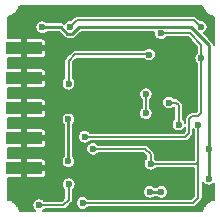
<source format=gbr>
G04 #@! TF.GenerationSoftware,KiCad,Pcbnew,(5.1.2)-2*
G04 #@! TF.CreationDate,2019-07-22T07:28:34+02:00*
G04 #@! TF.ProjectId,DiscreteOperationalAmplifier,44697363-7265-4746-954f-706572617469,rev?*
G04 #@! TF.SameCoordinates,Original*
G04 #@! TF.FileFunction,Copper,L2,Bot*
G04 #@! TF.FilePolarity,Positive*
%FSLAX46Y46*%
G04 Gerber Fmt 4.6, Leading zero omitted, Abs format (unit mm)*
G04 Created by KiCad (PCBNEW (5.1.2)-2) date 2019-07-22 07:28:34*
%MOMM*%
%LPD*%
G04 APERTURE LIST*
%ADD10R,3.150000X1.000000*%
%ADD11C,0.600000*%
%ADD12C,0.254000*%
%ADD13C,0.152400*%
G04 APERTURE END LIST*
D10*
X88625000Y-50545000D03*
X88625000Y-48005000D03*
X88625000Y-45465000D03*
X88625000Y-42925000D03*
X88625000Y-53085000D03*
D11*
X92400000Y-48950000D03*
X92400000Y-52500000D03*
X89920000Y-56210000D03*
X92420000Y-54440000D03*
X90170000Y-41140000D03*
X104290000Y-51470000D03*
X104280000Y-53970000D03*
X103400000Y-49380000D03*
X99350000Y-52710000D03*
X94480000Y-51440000D03*
X93600000Y-56020000D03*
X99230000Y-43460000D03*
X92410000Y-45930000D03*
X98960000Y-46810000D03*
X98950000Y-48430000D03*
X92540000Y-41120000D03*
X103610000Y-41120000D03*
X100220000Y-41660000D03*
X103650000Y-43770000D03*
X93770000Y-50420000D03*
X101720000Y-49390000D03*
X100920000Y-47520000D03*
X99280000Y-55080000D03*
X100270000Y-55080000D03*
X94550000Y-45560000D03*
X93505000Y-44425000D03*
D12*
X92400000Y-52500000D02*
X92400000Y-48950000D01*
D13*
X89920000Y-56210000D02*
X91840000Y-56210000D01*
X91840000Y-56210000D02*
X91980000Y-56210000D01*
X91980000Y-56210000D02*
X92420000Y-55770000D01*
X92420000Y-55770000D02*
X92420000Y-54440000D01*
D12*
X91750000Y-41140000D02*
X90170000Y-41140000D01*
X104290000Y-42670000D02*
X102740000Y-41120000D01*
X104290000Y-51470000D02*
X104290000Y-42670000D01*
X102740000Y-41120000D02*
X93320000Y-41120000D01*
X93320000Y-41120000D02*
X92730000Y-41710000D01*
X92730000Y-41710000D02*
X92320000Y-41710000D01*
X92320000Y-41710000D02*
X91750000Y-41140000D01*
X104290000Y-53960000D02*
X104290000Y-51470000D01*
X104280000Y-53970000D02*
X104290000Y-53960000D01*
D13*
X103400000Y-52220000D02*
X103400000Y-49380000D01*
X94480000Y-51440000D02*
X98880000Y-51440000D01*
X99350000Y-51910000D02*
X99350000Y-52710000D01*
X98880000Y-51440000D02*
X99350000Y-51910000D01*
X93600000Y-56020000D02*
X93610000Y-56030000D01*
X93610000Y-56030000D02*
X102960000Y-56030000D01*
X102960000Y-56030000D02*
X103400000Y-55590000D01*
X103390000Y-52710000D02*
X103400000Y-52700000D01*
X103400000Y-52560000D02*
X103400000Y-52220000D01*
X103400000Y-52700000D02*
X103400000Y-52560000D01*
X103290000Y-52710000D02*
X103390000Y-52710000D01*
X99350000Y-52710000D02*
X103290000Y-52710000D01*
X103290000Y-52720000D02*
X103400000Y-52830000D01*
X103290000Y-52710000D02*
X103290000Y-52720000D01*
X103400000Y-55590000D02*
X103400000Y-52830000D01*
X103400000Y-52830000D02*
X103400000Y-52700000D01*
X103290000Y-52670000D02*
X103400000Y-52560000D01*
X103290000Y-52710000D02*
X103290000Y-52670000D01*
X99230000Y-43460000D02*
X99220000Y-43450000D01*
X99220000Y-43450000D02*
X92930000Y-43450000D01*
X92930000Y-43450000D02*
X92410000Y-43970000D01*
X92410000Y-43970000D02*
X92410000Y-45930000D01*
X98960000Y-48420000D02*
X98960000Y-46810000D01*
X98950000Y-48430000D02*
X98960000Y-48420000D01*
X103060000Y-40570000D02*
X103610000Y-41120000D01*
X92540000Y-41120000D02*
X93090000Y-40570000D01*
X93090000Y-40570000D02*
X103060000Y-40570000D01*
X100230000Y-41650000D02*
X100220000Y-41660000D01*
X102660000Y-41650000D02*
X100230000Y-41650000D01*
X103650000Y-42640000D02*
X102660000Y-41650000D01*
X103650000Y-43580000D02*
X103650000Y-42640000D01*
X103650000Y-48410000D02*
X103650000Y-43770000D01*
X102310000Y-50420000D02*
X102630000Y-50100000D01*
X93770000Y-50420000D02*
X102310000Y-50420000D01*
X102630000Y-50100000D02*
X102630000Y-48930000D01*
X102630000Y-48930000D02*
X102880000Y-48680000D01*
X102880000Y-48680000D02*
X103380000Y-48680000D01*
X103380000Y-48680000D02*
X103650000Y-48410000D01*
X101280000Y-47520000D02*
X100920000Y-47520000D01*
X101510000Y-47520000D02*
X101280000Y-47520000D01*
X101720000Y-49390000D02*
X101720000Y-47730000D01*
X101720000Y-47730000D02*
X101510000Y-47520000D01*
D12*
X100270000Y-55080000D02*
X99280000Y-55080000D01*
D13*
G36*
X103787350Y-39477529D02*
G01*
X103798054Y-39502993D01*
X103808377Y-39528543D01*
X103810372Y-39532296D01*
X103903197Y-39703972D01*
X103918613Y-39726828D01*
X103933732Y-39749932D01*
X103936418Y-39753225D01*
X104060822Y-39903603D01*
X104080420Y-39923065D01*
X104099702Y-39942755D01*
X104102976Y-39945464D01*
X104254218Y-40068814D01*
X104277208Y-40084088D01*
X104299963Y-40099669D01*
X104303701Y-40101690D01*
X104476023Y-40193316D01*
X104501593Y-40203855D01*
X104526889Y-40214697D01*
X104530939Y-40215951D01*
X104530949Y-40215955D01*
X104530959Y-40215957D01*
X104695601Y-40265665D01*
X104695601Y-42641926D01*
X104690519Y-42590332D01*
X104684440Y-42570290D01*
X104667281Y-42513725D01*
X104661686Y-42503258D01*
X104629544Y-42443124D01*
X104608717Y-42417746D01*
X104591482Y-42396745D01*
X104591477Y-42396740D01*
X104578758Y-42381242D01*
X104563260Y-42368523D01*
X103844671Y-41649934D01*
X103884449Y-41633457D01*
X103979346Y-41570049D01*
X104060049Y-41489346D01*
X104123457Y-41394449D01*
X104167134Y-41289005D01*
X104189400Y-41177066D01*
X104189400Y-41062934D01*
X104167134Y-40950995D01*
X104123457Y-40845551D01*
X104060049Y-40750654D01*
X103979346Y-40669951D01*
X103884449Y-40606543D01*
X103779005Y-40562866D01*
X103667066Y-40540600D01*
X103552934Y-40540600D01*
X103536719Y-40543825D01*
X103323798Y-40330905D01*
X103312663Y-40317337D01*
X103258516Y-40272899D01*
X103196740Y-40239879D01*
X103129710Y-40219546D01*
X103077463Y-40214400D01*
X103077455Y-40214400D01*
X103060000Y-40212681D01*
X103042545Y-40214400D01*
X93107452Y-40214400D01*
X93089999Y-40212681D01*
X93072546Y-40214400D01*
X93072537Y-40214400D01*
X93020290Y-40219546D01*
X92953260Y-40239879D01*
X92891484Y-40272899D01*
X92891482Y-40272900D01*
X92891483Y-40272900D01*
X92850900Y-40306205D01*
X92850895Y-40306210D01*
X92837337Y-40317337D01*
X92826210Y-40330895D01*
X92613281Y-40543825D01*
X92597066Y-40540600D01*
X92482934Y-40540600D01*
X92370995Y-40562866D01*
X92265551Y-40606543D01*
X92170654Y-40669951D01*
X92089951Y-40750654D01*
X92028413Y-40842752D01*
X91976876Y-40800456D01*
X91906275Y-40762719D01*
X91829668Y-40739481D01*
X91769960Y-40733600D01*
X91769953Y-40733600D01*
X91750000Y-40731635D01*
X91730047Y-40733600D01*
X90582995Y-40733600D01*
X90539346Y-40689951D01*
X90444449Y-40626543D01*
X90339005Y-40582866D01*
X90227066Y-40560600D01*
X90112934Y-40560600D01*
X90000995Y-40582866D01*
X89895551Y-40626543D01*
X89800654Y-40689951D01*
X89719951Y-40770654D01*
X89656543Y-40865551D01*
X89612866Y-40970995D01*
X89590600Y-41082934D01*
X89590600Y-41197066D01*
X89612866Y-41309005D01*
X89656543Y-41414449D01*
X89719951Y-41509346D01*
X89800654Y-41590049D01*
X89895551Y-41653457D01*
X90000995Y-41697134D01*
X90112934Y-41719400D01*
X90227066Y-41719400D01*
X90339005Y-41697134D01*
X90444449Y-41653457D01*
X90539346Y-41590049D01*
X90582995Y-41546400D01*
X91581664Y-41546400D01*
X92018522Y-41983259D01*
X92031242Y-41998758D01*
X92046740Y-42011477D01*
X92046745Y-42011482D01*
X92053858Y-42017319D01*
X92093124Y-42049544D01*
X92163725Y-42087281D01*
X92240331Y-42110519D01*
X92247604Y-42111235D01*
X92300040Y-42116400D01*
X92300047Y-42116400D01*
X92320000Y-42118365D01*
X92339953Y-42116400D01*
X92710047Y-42116400D01*
X92730000Y-42118365D01*
X92749953Y-42116400D01*
X92749960Y-42116400D01*
X92809668Y-42110519D01*
X92886275Y-42087281D01*
X92956876Y-42049544D01*
X93018758Y-41998758D01*
X93031482Y-41983254D01*
X93488337Y-41526400D01*
X99655824Y-41526400D01*
X99640600Y-41602934D01*
X99640600Y-41717066D01*
X99662866Y-41829005D01*
X99706543Y-41934449D01*
X99769951Y-42029346D01*
X99850654Y-42110049D01*
X99945551Y-42173457D01*
X100050995Y-42217134D01*
X100162934Y-42239400D01*
X100277066Y-42239400D01*
X100389005Y-42217134D01*
X100494449Y-42173457D01*
X100589346Y-42110049D01*
X100670049Y-42029346D01*
X100685916Y-42005600D01*
X102512707Y-42005600D01*
X103294401Y-42787296D01*
X103294400Y-43310766D01*
X103280654Y-43319951D01*
X103199951Y-43400654D01*
X103136543Y-43495551D01*
X103092866Y-43600995D01*
X103070600Y-43712934D01*
X103070600Y-43827066D01*
X103092866Y-43939005D01*
X103136543Y-44044449D01*
X103199951Y-44139346D01*
X103280654Y-44220049D01*
X103294401Y-44229234D01*
X103294400Y-48262706D01*
X103232707Y-48324400D01*
X102897452Y-48324400D01*
X102879999Y-48322681D01*
X102862546Y-48324400D01*
X102862537Y-48324400D01*
X102810290Y-48329546D01*
X102743260Y-48349879D01*
X102681484Y-48382899D01*
X102681482Y-48382900D01*
X102681483Y-48382900D01*
X102640900Y-48416205D01*
X102640895Y-48416210D01*
X102627337Y-48427337D01*
X102616210Y-48440896D01*
X102390900Y-48666207D01*
X102377338Y-48677337D01*
X102332900Y-48731484D01*
X102321587Y-48752650D01*
X102299880Y-48793259D01*
X102279546Y-48860290D01*
X102272681Y-48930000D01*
X102274401Y-48947465D01*
X102274401Y-49214396D01*
X102233457Y-49115551D01*
X102170049Y-49020654D01*
X102089346Y-48939951D01*
X102075600Y-48930766D01*
X102075600Y-47747455D01*
X102077319Y-47730000D01*
X102075600Y-47712544D01*
X102075600Y-47712537D01*
X102070454Y-47660290D01*
X102069378Y-47656741D01*
X102064286Y-47639956D01*
X102050121Y-47593260D01*
X102017101Y-47531484D01*
X101972663Y-47477337D01*
X101959094Y-47466201D01*
X101773799Y-47280906D01*
X101762663Y-47267337D01*
X101708516Y-47222899D01*
X101646740Y-47189879D01*
X101579710Y-47169546D01*
X101527463Y-47164400D01*
X101527455Y-47164400D01*
X101510000Y-47162681D01*
X101492545Y-47164400D01*
X101379234Y-47164400D01*
X101370049Y-47150654D01*
X101289346Y-47069951D01*
X101194449Y-47006543D01*
X101089005Y-46962866D01*
X100977066Y-46940600D01*
X100862934Y-46940600D01*
X100750995Y-46962866D01*
X100645551Y-47006543D01*
X100550654Y-47069951D01*
X100469951Y-47150654D01*
X100406543Y-47245551D01*
X100362866Y-47350995D01*
X100340600Y-47462934D01*
X100340600Y-47577066D01*
X100362866Y-47689005D01*
X100406543Y-47794449D01*
X100469951Y-47889346D01*
X100550654Y-47970049D01*
X100645551Y-48033457D01*
X100750995Y-48077134D01*
X100862934Y-48099400D01*
X100977066Y-48099400D01*
X101089005Y-48077134D01*
X101194449Y-48033457D01*
X101289346Y-47970049D01*
X101364401Y-47894994D01*
X101364400Y-48930766D01*
X101350654Y-48939951D01*
X101269951Y-49020654D01*
X101206543Y-49115551D01*
X101162866Y-49220995D01*
X101140600Y-49332934D01*
X101140600Y-49447066D01*
X101162866Y-49559005D01*
X101206543Y-49664449D01*
X101269951Y-49759346D01*
X101350654Y-49840049D01*
X101445551Y-49903457D01*
X101550995Y-49947134D01*
X101662934Y-49969400D01*
X101777066Y-49969400D01*
X101889005Y-49947134D01*
X101994449Y-49903457D01*
X102089346Y-49840049D01*
X102170049Y-49759346D01*
X102233457Y-49664449D01*
X102274400Y-49565604D01*
X102274400Y-49952706D01*
X102162706Y-50064400D01*
X94229234Y-50064400D01*
X94220049Y-50050654D01*
X94139346Y-49969951D01*
X94044449Y-49906543D01*
X93939005Y-49862866D01*
X93827066Y-49840600D01*
X93712934Y-49840600D01*
X93600995Y-49862866D01*
X93495551Y-49906543D01*
X93400654Y-49969951D01*
X93319951Y-50050654D01*
X93256543Y-50145551D01*
X93212866Y-50250995D01*
X93190600Y-50362934D01*
X93190600Y-50477066D01*
X93212866Y-50589005D01*
X93256543Y-50694449D01*
X93319951Y-50789346D01*
X93400654Y-50870049D01*
X93495551Y-50933457D01*
X93600995Y-50977134D01*
X93712934Y-50999400D01*
X93827066Y-50999400D01*
X93939005Y-50977134D01*
X94044449Y-50933457D01*
X94139346Y-50870049D01*
X94220049Y-50789346D01*
X94229234Y-50775600D01*
X102292545Y-50775600D01*
X102310000Y-50777319D01*
X102327455Y-50775600D01*
X102327463Y-50775600D01*
X102379710Y-50770454D01*
X102446740Y-50750121D01*
X102508516Y-50717101D01*
X102562663Y-50672663D01*
X102573798Y-50659095D01*
X102869109Y-50363786D01*
X102882662Y-50352663D01*
X102893785Y-50339110D01*
X102893795Y-50339100D01*
X102927100Y-50298517D01*
X102927102Y-50298515D01*
X102960121Y-50236740D01*
X102980454Y-50169710D01*
X102985600Y-50117463D01*
X102985600Y-50117454D01*
X102987319Y-50100001D01*
X102985600Y-50082548D01*
X102985600Y-49784995D01*
X103030654Y-49830049D01*
X103044401Y-49839234D01*
X103044400Y-52202537D01*
X103044400Y-52354400D01*
X99809234Y-52354400D01*
X99800049Y-52340654D01*
X99719346Y-52259951D01*
X99705600Y-52250766D01*
X99705600Y-51927452D01*
X99707319Y-51909999D01*
X99705600Y-51892546D01*
X99705600Y-51892537D01*
X99700454Y-51840290D01*
X99680121Y-51773260D01*
X99647101Y-51711484D01*
X99643933Y-51707624D01*
X99613795Y-51670900D01*
X99613785Y-51670890D01*
X99602662Y-51657337D01*
X99589109Y-51646214D01*
X99143798Y-51200905D01*
X99132663Y-51187337D01*
X99078516Y-51142899D01*
X99016740Y-51109879D01*
X98949710Y-51089546D01*
X98897463Y-51084400D01*
X98897455Y-51084400D01*
X98880000Y-51082681D01*
X98862545Y-51084400D01*
X94939234Y-51084400D01*
X94930049Y-51070654D01*
X94849346Y-50989951D01*
X94754449Y-50926543D01*
X94649005Y-50882866D01*
X94537066Y-50860600D01*
X94422934Y-50860600D01*
X94310995Y-50882866D01*
X94205551Y-50926543D01*
X94110654Y-50989951D01*
X94029951Y-51070654D01*
X93966543Y-51165551D01*
X93922866Y-51270995D01*
X93900600Y-51382934D01*
X93900600Y-51497066D01*
X93922866Y-51609005D01*
X93966543Y-51714449D01*
X94029951Y-51809346D01*
X94110654Y-51890049D01*
X94205551Y-51953457D01*
X94310995Y-51997134D01*
X94422934Y-52019400D01*
X94537066Y-52019400D01*
X94649005Y-51997134D01*
X94754449Y-51953457D01*
X94849346Y-51890049D01*
X94930049Y-51809346D01*
X94939234Y-51795600D01*
X98732707Y-51795600D01*
X98994400Y-52057295D01*
X98994400Y-52250766D01*
X98980654Y-52259951D01*
X98899951Y-52340654D01*
X98836543Y-52435551D01*
X98792866Y-52540995D01*
X98770600Y-52652934D01*
X98770600Y-52767066D01*
X98792866Y-52879005D01*
X98836543Y-52984449D01*
X98899951Y-53079346D01*
X98980654Y-53160049D01*
X99075551Y-53223457D01*
X99180995Y-53267134D01*
X99292934Y-53289400D01*
X99407066Y-53289400D01*
X99519005Y-53267134D01*
X99624449Y-53223457D01*
X99719346Y-53160049D01*
X99800049Y-53079346D01*
X99809234Y-53065600D01*
X103044401Y-53065600D01*
X103044400Y-55442706D01*
X102812707Y-55674400D01*
X94065916Y-55674400D01*
X94050049Y-55650654D01*
X93969346Y-55569951D01*
X93874449Y-55506543D01*
X93769005Y-55462866D01*
X93657066Y-55440600D01*
X93542934Y-55440600D01*
X93430995Y-55462866D01*
X93325551Y-55506543D01*
X93230654Y-55569951D01*
X93149951Y-55650654D01*
X93086543Y-55745551D01*
X93042866Y-55850995D01*
X93020600Y-55962934D01*
X93020600Y-56077066D01*
X93042866Y-56189005D01*
X93086543Y-56294449D01*
X93149951Y-56389346D01*
X93230654Y-56470049D01*
X93325551Y-56533457D01*
X93430995Y-56577134D01*
X93542934Y-56599400D01*
X93657066Y-56599400D01*
X93769005Y-56577134D01*
X93874449Y-56533457D01*
X93969346Y-56470049D01*
X94050049Y-56389346D01*
X94052552Y-56385600D01*
X102942545Y-56385600D01*
X102960000Y-56387319D01*
X102977455Y-56385600D01*
X102977463Y-56385600D01*
X103029710Y-56380454D01*
X103096740Y-56360121D01*
X103158516Y-56327101D01*
X103212663Y-56282663D01*
X103223799Y-56269094D01*
X103639104Y-55853790D01*
X103652662Y-55842663D01*
X103663790Y-55829104D01*
X103663795Y-55829099D01*
X103681411Y-55807634D01*
X103697101Y-55788516D01*
X103730121Y-55726740D01*
X103750454Y-55659710D01*
X103755600Y-55607463D01*
X103755600Y-55607456D01*
X103757319Y-55590000D01*
X103755600Y-55572545D01*
X103755600Y-54218031D01*
X103766543Y-54244449D01*
X103829951Y-54339346D01*
X103910654Y-54420049D01*
X104005551Y-54483457D01*
X104110995Y-54527134D01*
X104222934Y-54549400D01*
X104337066Y-54549400D01*
X104449005Y-54527134D01*
X104554449Y-54483457D01*
X104649346Y-54420049D01*
X104695600Y-54373795D01*
X104695600Y-55733758D01*
X104522471Y-55787350D01*
X104497018Y-55798049D01*
X104471457Y-55808377D01*
X104467704Y-55810372D01*
X104296027Y-55903197D01*
X104273139Y-55918635D01*
X104250068Y-55933732D01*
X104246774Y-55936418D01*
X104096397Y-56060822D01*
X104076935Y-56080420D01*
X104057245Y-56099702D01*
X104054536Y-56102976D01*
X103931186Y-56254218D01*
X103915906Y-56277216D01*
X103900332Y-56299962D01*
X103898310Y-56303701D01*
X103806685Y-56476023D01*
X103796176Y-56501520D01*
X103785303Y-56526889D01*
X103784046Y-56530949D01*
X103734335Y-56695600D01*
X90236140Y-56695600D01*
X90289346Y-56660049D01*
X90370049Y-56579346D01*
X90379234Y-56565600D01*
X91962545Y-56565600D01*
X91980000Y-56567319D01*
X91997455Y-56565600D01*
X91997463Y-56565600D01*
X92049710Y-56560454D01*
X92116740Y-56540121D01*
X92178516Y-56507101D01*
X92232663Y-56462663D01*
X92243799Y-56449094D01*
X92659104Y-56033790D01*
X92672662Y-56022663D01*
X92683790Y-56009104D01*
X92683795Y-56009099D01*
X92703210Y-55985441D01*
X92717101Y-55968516D01*
X92750121Y-55906740D01*
X92765174Y-55857116D01*
X92770454Y-55839711D01*
X92771604Y-55828036D01*
X92775600Y-55787463D01*
X92775600Y-55787456D01*
X92777319Y-55770000D01*
X92775600Y-55752545D01*
X92775600Y-55022934D01*
X98700600Y-55022934D01*
X98700600Y-55137066D01*
X98722866Y-55249005D01*
X98766543Y-55354449D01*
X98829951Y-55449346D01*
X98910654Y-55530049D01*
X99005551Y-55593457D01*
X99110995Y-55637134D01*
X99222934Y-55659400D01*
X99337066Y-55659400D01*
X99449005Y-55637134D01*
X99554449Y-55593457D01*
X99649346Y-55530049D01*
X99692995Y-55486400D01*
X99857005Y-55486400D01*
X99900654Y-55530049D01*
X99995551Y-55593457D01*
X100100995Y-55637134D01*
X100212934Y-55659400D01*
X100327066Y-55659400D01*
X100439005Y-55637134D01*
X100544449Y-55593457D01*
X100639346Y-55530049D01*
X100720049Y-55449346D01*
X100783457Y-55354449D01*
X100827134Y-55249005D01*
X100849400Y-55137066D01*
X100849400Y-55022934D01*
X100827134Y-54910995D01*
X100783457Y-54805551D01*
X100720049Y-54710654D01*
X100639346Y-54629951D01*
X100544449Y-54566543D01*
X100439005Y-54522866D01*
X100327066Y-54500600D01*
X100212934Y-54500600D01*
X100100995Y-54522866D01*
X99995551Y-54566543D01*
X99900654Y-54629951D01*
X99857005Y-54673600D01*
X99692995Y-54673600D01*
X99649346Y-54629951D01*
X99554449Y-54566543D01*
X99449005Y-54522866D01*
X99337066Y-54500600D01*
X99222934Y-54500600D01*
X99110995Y-54522866D01*
X99005551Y-54566543D01*
X98910654Y-54629951D01*
X98829951Y-54710654D01*
X98766543Y-54805551D01*
X98722866Y-54910995D01*
X98700600Y-55022934D01*
X92775600Y-55022934D01*
X92775600Y-54899234D01*
X92789346Y-54890049D01*
X92870049Y-54809346D01*
X92933457Y-54714449D01*
X92977134Y-54609005D01*
X92999400Y-54497066D01*
X92999400Y-54382934D01*
X92977134Y-54270995D01*
X92933457Y-54165551D01*
X92870049Y-54070654D01*
X92789346Y-53989951D01*
X92694449Y-53926543D01*
X92589005Y-53882866D01*
X92477066Y-53860600D01*
X92362934Y-53860600D01*
X92250995Y-53882866D01*
X92145551Y-53926543D01*
X92050654Y-53989951D01*
X91969951Y-54070654D01*
X91906543Y-54165551D01*
X91862866Y-54270995D01*
X91840600Y-54382934D01*
X91840600Y-54497066D01*
X91862866Y-54609005D01*
X91906543Y-54714449D01*
X91969951Y-54809346D01*
X92050654Y-54890049D01*
X92064401Y-54899234D01*
X92064400Y-55622706D01*
X91832707Y-55854400D01*
X90379234Y-55854400D01*
X90370049Y-55840654D01*
X90289346Y-55759951D01*
X90194449Y-55696543D01*
X90089005Y-55652866D01*
X89977066Y-55630600D01*
X89862934Y-55630600D01*
X89750995Y-55652866D01*
X89645551Y-55696543D01*
X89550654Y-55759951D01*
X89469951Y-55840654D01*
X89406543Y-55935551D01*
X89362866Y-56040995D01*
X89340600Y-56152934D01*
X89340600Y-56267066D01*
X89362866Y-56379005D01*
X89406543Y-56484449D01*
X89469951Y-56579346D01*
X89550654Y-56660049D01*
X89603860Y-56695600D01*
X88266242Y-56695600D01*
X88212650Y-56522471D01*
X88201951Y-56497018D01*
X88191623Y-56471457D01*
X88189628Y-56467704D01*
X88096803Y-56296027D01*
X88081365Y-56273139D01*
X88066268Y-56250068D01*
X88063582Y-56246774D01*
X87939178Y-56096397D01*
X87919580Y-56076935D01*
X87900298Y-56057245D01*
X87897024Y-56054536D01*
X87745782Y-55931186D01*
X87722784Y-55915906D01*
X87700038Y-55900332D01*
X87696299Y-55898310D01*
X87523977Y-55806685D01*
X87498480Y-55796176D01*
X87473111Y-55785303D01*
X87469051Y-55784046D01*
X87304400Y-55734335D01*
X87304400Y-53916489D01*
X88364650Y-53915200D01*
X88447200Y-53832650D01*
X88447200Y-53262800D01*
X88802800Y-53262800D01*
X88802800Y-53832650D01*
X88885350Y-53915200D01*
X90200000Y-53916798D01*
X90264731Y-53910423D01*
X90326974Y-53891541D01*
X90384337Y-53860880D01*
X90434617Y-53819617D01*
X90475880Y-53769337D01*
X90506541Y-53711974D01*
X90525423Y-53649731D01*
X90531798Y-53585000D01*
X90530200Y-53345350D01*
X90447650Y-53262800D01*
X88802800Y-53262800D01*
X88447200Y-53262800D01*
X88427200Y-53262800D01*
X88427200Y-52907200D01*
X88447200Y-52907200D01*
X88447200Y-52337350D01*
X88802800Y-52337350D01*
X88802800Y-52907200D01*
X90447650Y-52907200D01*
X90530200Y-52824650D01*
X90531798Y-52585000D01*
X90525423Y-52520269D01*
X90506541Y-52458026D01*
X90475880Y-52400663D01*
X90434617Y-52350383D01*
X90384337Y-52309120D01*
X90326974Y-52278459D01*
X90264731Y-52259577D01*
X90200000Y-52253202D01*
X88885350Y-52254800D01*
X88802800Y-52337350D01*
X88447200Y-52337350D01*
X88364650Y-52254800D01*
X87304400Y-52253511D01*
X87304400Y-51376489D01*
X88364650Y-51375200D01*
X88447200Y-51292650D01*
X88447200Y-50722800D01*
X88802800Y-50722800D01*
X88802800Y-51292650D01*
X88885350Y-51375200D01*
X90200000Y-51376798D01*
X90264731Y-51370423D01*
X90326974Y-51351541D01*
X90384337Y-51320880D01*
X90434617Y-51279617D01*
X90475880Y-51229337D01*
X90506541Y-51171974D01*
X90525423Y-51109731D01*
X90531798Y-51045000D01*
X90530200Y-50805350D01*
X90447650Y-50722800D01*
X88802800Y-50722800D01*
X88447200Y-50722800D01*
X88427200Y-50722800D01*
X88427200Y-50367200D01*
X88447200Y-50367200D01*
X88447200Y-49797350D01*
X88802800Y-49797350D01*
X88802800Y-50367200D01*
X90447650Y-50367200D01*
X90530200Y-50284650D01*
X90531798Y-50045000D01*
X90525423Y-49980269D01*
X90506541Y-49918026D01*
X90475880Y-49860663D01*
X90434617Y-49810383D01*
X90384337Y-49769120D01*
X90326974Y-49738459D01*
X90264731Y-49719577D01*
X90200000Y-49713202D01*
X88885350Y-49714800D01*
X88802800Y-49797350D01*
X88447200Y-49797350D01*
X88364650Y-49714800D01*
X87304400Y-49713511D01*
X87304400Y-48892934D01*
X91820600Y-48892934D01*
X91820600Y-49007066D01*
X91842866Y-49119005D01*
X91886543Y-49224449D01*
X91949951Y-49319346D01*
X91993601Y-49362996D01*
X91993600Y-52087005D01*
X91949951Y-52130654D01*
X91886543Y-52225551D01*
X91842866Y-52330995D01*
X91820600Y-52442934D01*
X91820600Y-52557066D01*
X91842866Y-52669005D01*
X91886543Y-52774449D01*
X91949951Y-52869346D01*
X92030654Y-52950049D01*
X92125551Y-53013457D01*
X92230995Y-53057134D01*
X92342934Y-53079400D01*
X92457066Y-53079400D01*
X92569005Y-53057134D01*
X92674449Y-53013457D01*
X92769346Y-52950049D01*
X92850049Y-52869346D01*
X92913457Y-52774449D01*
X92957134Y-52669005D01*
X92979400Y-52557066D01*
X92979400Y-52442934D01*
X92957134Y-52330995D01*
X92913457Y-52225551D01*
X92850049Y-52130654D01*
X92806400Y-52087005D01*
X92806400Y-49362995D01*
X92850049Y-49319346D01*
X92913457Y-49224449D01*
X92957134Y-49119005D01*
X92979400Y-49007066D01*
X92979400Y-48892934D01*
X92957134Y-48780995D01*
X92913457Y-48675551D01*
X92850049Y-48580654D01*
X92769346Y-48499951D01*
X92674449Y-48436543D01*
X92569005Y-48392866D01*
X92468800Y-48372934D01*
X98370600Y-48372934D01*
X98370600Y-48487066D01*
X98392866Y-48599005D01*
X98436543Y-48704449D01*
X98499951Y-48799346D01*
X98580654Y-48880049D01*
X98675551Y-48943457D01*
X98780995Y-48987134D01*
X98892934Y-49009400D01*
X99007066Y-49009400D01*
X99119005Y-48987134D01*
X99224449Y-48943457D01*
X99319346Y-48880049D01*
X99400049Y-48799346D01*
X99463457Y-48704449D01*
X99507134Y-48599005D01*
X99529400Y-48487066D01*
X99529400Y-48372934D01*
X99507134Y-48260995D01*
X99463457Y-48155551D01*
X99400049Y-48060654D01*
X99319346Y-47979951D01*
X99315600Y-47977448D01*
X99315600Y-47269234D01*
X99329346Y-47260049D01*
X99410049Y-47179346D01*
X99473457Y-47084449D01*
X99517134Y-46979005D01*
X99539400Y-46867066D01*
X99539400Y-46752934D01*
X99517134Y-46640995D01*
X99473457Y-46535551D01*
X99410049Y-46440654D01*
X99329346Y-46359951D01*
X99234449Y-46296543D01*
X99129005Y-46252866D01*
X99017066Y-46230600D01*
X98902934Y-46230600D01*
X98790995Y-46252866D01*
X98685551Y-46296543D01*
X98590654Y-46359951D01*
X98509951Y-46440654D01*
X98446543Y-46535551D01*
X98402866Y-46640995D01*
X98380600Y-46752934D01*
X98380600Y-46867066D01*
X98402866Y-46979005D01*
X98446543Y-47084449D01*
X98509951Y-47179346D01*
X98590654Y-47260049D01*
X98604401Y-47269234D01*
X98604400Y-47964084D01*
X98580654Y-47979951D01*
X98499951Y-48060654D01*
X98436543Y-48155551D01*
X98392866Y-48260995D01*
X98370600Y-48372934D01*
X92468800Y-48372934D01*
X92457066Y-48370600D01*
X92342934Y-48370600D01*
X92230995Y-48392866D01*
X92125551Y-48436543D01*
X92030654Y-48499951D01*
X91949951Y-48580654D01*
X91886543Y-48675551D01*
X91842866Y-48780995D01*
X91820600Y-48892934D01*
X87304400Y-48892934D01*
X87304400Y-48836489D01*
X88364650Y-48835200D01*
X88447200Y-48752650D01*
X88447200Y-48182800D01*
X88802800Y-48182800D01*
X88802800Y-48752650D01*
X88885350Y-48835200D01*
X90200000Y-48836798D01*
X90264731Y-48830423D01*
X90326974Y-48811541D01*
X90384337Y-48780880D01*
X90434617Y-48739617D01*
X90475880Y-48689337D01*
X90506541Y-48631974D01*
X90525423Y-48569731D01*
X90531798Y-48505000D01*
X90530200Y-48265350D01*
X90447650Y-48182800D01*
X88802800Y-48182800D01*
X88447200Y-48182800D01*
X88427200Y-48182800D01*
X88427200Y-47827200D01*
X88447200Y-47827200D01*
X88447200Y-47257350D01*
X88802800Y-47257350D01*
X88802800Y-47827200D01*
X90447650Y-47827200D01*
X90530200Y-47744650D01*
X90531798Y-47505000D01*
X90525423Y-47440269D01*
X90506541Y-47378026D01*
X90475880Y-47320663D01*
X90434617Y-47270383D01*
X90384337Y-47229120D01*
X90326974Y-47198459D01*
X90264731Y-47179577D01*
X90200000Y-47173202D01*
X88885350Y-47174800D01*
X88802800Y-47257350D01*
X88447200Y-47257350D01*
X88364650Y-47174800D01*
X87304400Y-47173511D01*
X87304400Y-46296489D01*
X88364650Y-46295200D01*
X88447200Y-46212650D01*
X88447200Y-45642800D01*
X88802800Y-45642800D01*
X88802800Y-46212650D01*
X88885350Y-46295200D01*
X90200000Y-46296798D01*
X90264731Y-46290423D01*
X90326974Y-46271541D01*
X90384337Y-46240880D01*
X90434617Y-46199617D01*
X90475880Y-46149337D01*
X90506541Y-46091974D01*
X90525423Y-46029731D01*
X90531798Y-45965000D01*
X90531185Y-45872934D01*
X91830600Y-45872934D01*
X91830600Y-45987066D01*
X91852866Y-46099005D01*
X91896543Y-46204449D01*
X91959951Y-46299346D01*
X92040654Y-46380049D01*
X92135551Y-46443457D01*
X92240995Y-46487134D01*
X92352934Y-46509400D01*
X92467066Y-46509400D01*
X92579005Y-46487134D01*
X92684449Y-46443457D01*
X92779346Y-46380049D01*
X92860049Y-46299346D01*
X92923457Y-46204449D01*
X92967134Y-46099005D01*
X92989400Y-45987066D01*
X92989400Y-45872934D01*
X92967134Y-45760995D01*
X92923457Y-45655551D01*
X92860049Y-45560654D01*
X92779346Y-45479951D01*
X92765600Y-45470766D01*
X92765600Y-44117293D01*
X93077295Y-43805600D01*
X98764084Y-43805600D01*
X98779951Y-43829346D01*
X98860654Y-43910049D01*
X98955551Y-43973457D01*
X99060995Y-44017134D01*
X99172934Y-44039400D01*
X99287066Y-44039400D01*
X99399005Y-44017134D01*
X99504449Y-43973457D01*
X99599346Y-43910049D01*
X99680049Y-43829346D01*
X99743457Y-43734449D01*
X99787134Y-43629005D01*
X99809400Y-43517066D01*
X99809400Y-43402934D01*
X99787134Y-43290995D01*
X99743457Y-43185551D01*
X99680049Y-43090654D01*
X99599346Y-43009951D01*
X99504449Y-42946543D01*
X99399005Y-42902866D01*
X99287066Y-42880600D01*
X99172934Y-42880600D01*
X99060995Y-42902866D01*
X98955551Y-42946543D01*
X98860654Y-43009951D01*
X98779951Y-43090654D01*
X98777448Y-43094400D01*
X92947455Y-43094400D01*
X92929999Y-43092681D01*
X92912544Y-43094400D01*
X92912537Y-43094400D01*
X92867187Y-43098867D01*
X92860289Y-43099546D01*
X92831102Y-43108400D01*
X92793260Y-43119879D01*
X92731484Y-43152899D01*
X92731482Y-43152900D01*
X92731483Y-43152900D01*
X92690900Y-43186205D01*
X92690895Y-43186210D01*
X92677337Y-43197337D01*
X92666210Y-43210895D01*
X92170901Y-43706206D01*
X92157337Y-43717338D01*
X92112899Y-43771485D01*
X92079879Y-43833261D01*
X92059546Y-43900291D01*
X92054400Y-43952538D01*
X92054400Y-43952545D01*
X92052681Y-43970000D01*
X92054400Y-43987456D01*
X92054401Y-45470766D01*
X92040654Y-45479951D01*
X91959951Y-45560654D01*
X91896543Y-45655551D01*
X91852866Y-45760995D01*
X91830600Y-45872934D01*
X90531185Y-45872934D01*
X90530200Y-45725350D01*
X90447650Y-45642800D01*
X88802800Y-45642800D01*
X88447200Y-45642800D01*
X88427200Y-45642800D01*
X88427200Y-45287200D01*
X88447200Y-45287200D01*
X88447200Y-44717350D01*
X88802800Y-44717350D01*
X88802800Y-45287200D01*
X90447650Y-45287200D01*
X90530200Y-45204650D01*
X90531798Y-44965000D01*
X90525423Y-44900269D01*
X90506541Y-44838026D01*
X90475880Y-44780663D01*
X90434617Y-44730383D01*
X90384337Y-44689120D01*
X90326974Y-44658459D01*
X90264731Y-44639577D01*
X90200000Y-44633202D01*
X88885350Y-44634800D01*
X88802800Y-44717350D01*
X88447200Y-44717350D01*
X88364650Y-44634800D01*
X87304400Y-44633511D01*
X87304400Y-43756489D01*
X88364650Y-43755200D01*
X88447200Y-43672650D01*
X88447200Y-43102800D01*
X88802800Y-43102800D01*
X88802800Y-43672650D01*
X88885350Y-43755200D01*
X90200000Y-43756798D01*
X90264731Y-43750423D01*
X90326974Y-43731541D01*
X90384337Y-43700880D01*
X90434617Y-43659617D01*
X90475880Y-43609337D01*
X90506541Y-43551974D01*
X90525423Y-43489731D01*
X90531798Y-43425000D01*
X90530200Y-43185350D01*
X90447650Y-43102800D01*
X88802800Y-43102800D01*
X88447200Y-43102800D01*
X88427200Y-43102800D01*
X88427200Y-42747200D01*
X88447200Y-42747200D01*
X88447200Y-42177350D01*
X88802800Y-42177350D01*
X88802800Y-42747200D01*
X90447650Y-42747200D01*
X90530200Y-42664650D01*
X90531798Y-42425000D01*
X90525423Y-42360269D01*
X90506541Y-42298026D01*
X90475880Y-42240663D01*
X90434617Y-42190383D01*
X90384337Y-42149120D01*
X90326974Y-42118459D01*
X90264731Y-42099577D01*
X90200000Y-42093202D01*
X88885350Y-42094800D01*
X88802800Y-42177350D01*
X88447200Y-42177350D01*
X88364650Y-42094800D01*
X87304400Y-42093511D01*
X87304400Y-40266242D01*
X87477529Y-40212650D01*
X87502993Y-40201946D01*
X87528543Y-40191623D01*
X87532296Y-40189628D01*
X87703972Y-40096803D01*
X87726828Y-40081387D01*
X87749932Y-40066268D01*
X87753225Y-40063582D01*
X87903603Y-39939178D01*
X87923065Y-39919580D01*
X87942755Y-39900298D01*
X87945464Y-39897024D01*
X88068814Y-39745782D01*
X88084088Y-39722792D01*
X88099669Y-39700037D01*
X88101690Y-39696299D01*
X88193316Y-39523977D01*
X88203855Y-39498407D01*
X88214697Y-39473111D01*
X88215951Y-39469061D01*
X88215955Y-39469051D01*
X88215957Y-39469041D01*
X88265665Y-39304400D01*
X103733758Y-39304400D01*
X103787350Y-39477529D01*
X103787350Y-39477529D01*
G37*
X103787350Y-39477529D02*
X103798054Y-39502993D01*
X103808377Y-39528543D01*
X103810372Y-39532296D01*
X103903197Y-39703972D01*
X103918613Y-39726828D01*
X103933732Y-39749932D01*
X103936418Y-39753225D01*
X104060822Y-39903603D01*
X104080420Y-39923065D01*
X104099702Y-39942755D01*
X104102976Y-39945464D01*
X104254218Y-40068814D01*
X104277208Y-40084088D01*
X104299963Y-40099669D01*
X104303701Y-40101690D01*
X104476023Y-40193316D01*
X104501593Y-40203855D01*
X104526889Y-40214697D01*
X104530939Y-40215951D01*
X104530949Y-40215955D01*
X104530959Y-40215957D01*
X104695601Y-40265665D01*
X104695601Y-42641926D01*
X104690519Y-42590332D01*
X104684440Y-42570290D01*
X104667281Y-42513725D01*
X104661686Y-42503258D01*
X104629544Y-42443124D01*
X104608717Y-42417746D01*
X104591482Y-42396745D01*
X104591477Y-42396740D01*
X104578758Y-42381242D01*
X104563260Y-42368523D01*
X103844671Y-41649934D01*
X103884449Y-41633457D01*
X103979346Y-41570049D01*
X104060049Y-41489346D01*
X104123457Y-41394449D01*
X104167134Y-41289005D01*
X104189400Y-41177066D01*
X104189400Y-41062934D01*
X104167134Y-40950995D01*
X104123457Y-40845551D01*
X104060049Y-40750654D01*
X103979346Y-40669951D01*
X103884449Y-40606543D01*
X103779005Y-40562866D01*
X103667066Y-40540600D01*
X103552934Y-40540600D01*
X103536719Y-40543825D01*
X103323798Y-40330905D01*
X103312663Y-40317337D01*
X103258516Y-40272899D01*
X103196740Y-40239879D01*
X103129710Y-40219546D01*
X103077463Y-40214400D01*
X103077455Y-40214400D01*
X103060000Y-40212681D01*
X103042545Y-40214400D01*
X93107452Y-40214400D01*
X93089999Y-40212681D01*
X93072546Y-40214400D01*
X93072537Y-40214400D01*
X93020290Y-40219546D01*
X92953260Y-40239879D01*
X92891484Y-40272899D01*
X92891482Y-40272900D01*
X92891483Y-40272900D01*
X92850900Y-40306205D01*
X92850895Y-40306210D01*
X92837337Y-40317337D01*
X92826210Y-40330895D01*
X92613281Y-40543825D01*
X92597066Y-40540600D01*
X92482934Y-40540600D01*
X92370995Y-40562866D01*
X92265551Y-40606543D01*
X92170654Y-40669951D01*
X92089951Y-40750654D01*
X92028413Y-40842752D01*
X91976876Y-40800456D01*
X91906275Y-40762719D01*
X91829668Y-40739481D01*
X91769960Y-40733600D01*
X91769953Y-40733600D01*
X91750000Y-40731635D01*
X91730047Y-40733600D01*
X90582995Y-40733600D01*
X90539346Y-40689951D01*
X90444449Y-40626543D01*
X90339005Y-40582866D01*
X90227066Y-40560600D01*
X90112934Y-40560600D01*
X90000995Y-40582866D01*
X89895551Y-40626543D01*
X89800654Y-40689951D01*
X89719951Y-40770654D01*
X89656543Y-40865551D01*
X89612866Y-40970995D01*
X89590600Y-41082934D01*
X89590600Y-41197066D01*
X89612866Y-41309005D01*
X89656543Y-41414449D01*
X89719951Y-41509346D01*
X89800654Y-41590049D01*
X89895551Y-41653457D01*
X90000995Y-41697134D01*
X90112934Y-41719400D01*
X90227066Y-41719400D01*
X90339005Y-41697134D01*
X90444449Y-41653457D01*
X90539346Y-41590049D01*
X90582995Y-41546400D01*
X91581664Y-41546400D01*
X92018522Y-41983259D01*
X92031242Y-41998758D01*
X92046740Y-42011477D01*
X92046745Y-42011482D01*
X92053858Y-42017319D01*
X92093124Y-42049544D01*
X92163725Y-42087281D01*
X92240331Y-42110519D01*
X92247604Y-42111235D01*
X92300040Y-42116400D01*
X92300047Y-42116400D01*
X92320000Y-42118365D01*
X92339953Y-42116400D01*
X92710047Y-42116400D01*
X92730000Y-42118365D01*
X92749953Y-42116400D01*
X92749960Y-42116400D01*
X92809668Y-42110519D01*
X92886275Y-42087281D01*
X92956876Y-42049544D01*
X93018758Y-41998758D01*
X93031482Y-41983254D01*
X93488337Y-41526400D01*
X99655824Y-41526400D01*
X99640600Y-41602934D01*
X99640600Y-41717066D01*
X99662866Y-41829005D01*
X99706543Y-41934449D01*
X99769951Y-42029346D01*
X99850654Y-42110049D01*
X99945551Y-42173457D01*
X100050995Y-42217134D01*
X100162934Y-42239400D01*
X100277066Y-42239400D01*
X100389005Y-42217134D01*
X100494449Y-42173457D01*
X100589346Y-42110049D01*
X100670049Y-42029346D01*
X100685916Y-42005600D01*
X102512707Y-42005600D01*
X103294401Y-42787296D01*
X103294400Y-43310766D01*
X103280654Y-43319951D01*
X103199951Y-43400654D01*
X103136543Y-43495551D01*
X103092866Y-43600995D01*
X103070600Y-43712934D01*
X103070600Y-43827066D01*
X103092866Y-43939005D01*
X103136543Y-44044449D01*
X103199951Y-44139346D01*
X103280654Y-44220049D01*
X103294401Y-44229234D01*
X103294400Y-48262706D01*
X103232707Y-48324400D01*
X102897452Y-48324400D01*
X102879999Y-48322681D01*
X102862546Y-48324400D01*
X102862537Y-48324400D01*
X102810290Y-48329546D01*
X102743260Y-48349879D01*
X102681484Y-48382899D01*
X102681482Y-48382900D01*
X102681483Y-48382900D01*
X102640900Y-48416205D01*
X102640895Y-48416210D01*
X102627337Y-48427337D01*
X102616210Y-48440896D01*
X102390900Y-48666207D01*
X102377338Y-48677337D01*
X102332900Y-48731484D01*
X102321587Y-48752650D01*
X102299880Y-48793259D01*
X102279546Y-48860290D01*
X102272681Y-48930000D01*
X102274401Y-48947465D01*
X102274401Y-49214396D01*
X102233457Y-49115551D01*
X102170049Y-49020654D01*
X102089346Y-48939951D01*
X102075600Y-48930766D01*
X102075600Y-47747455D01*
X102077319Y-47730000D01*
X102075600Y-47712544D01*
X102075600Y-47712537D01*
X102070454Y-47660290D01*
X102069378Y-47656741D01*
X102064286Y-47639956D01*
X102050121Y-47593260D01*
X102017101Y-47531484D01*
X101972663Y-47477337D01*
X101959094Y-47466201D01*
X101773799Y-47280906D01*
X101762663Y-47267337D01*
X101708516Y-47222899D01*
X101646740Y-47189879D01*
X101579710Y-47169546D01*
X101527463Y-47164400D01*
X101527455Y-47164400D01*
X101510000Y-47162681D01*
X101492545Y-47164400D01*
X101379234Y-47164400D01*
X101370049Y-47150654D01*
X101289346Y-47069951D01*
X101194449Y-47006543D01*
X101089005Y-46962866D01*
X100977066Y-46940600D01*
X100862934Y-46940600D01*
X100750995Y-46962866D01*
X100645551Y-47006543D01*
X100550654Y-47069951D01*
X100469951Y-47150654D01*
X100406543Y-47245551D01*
X100362866Y-47350995D01*
X100340600Y-47462934D01*
X100340600Y-47577066D01*
X100362866Y-47689005D01*
X100406543Y-47794449D01*
X100469951Y-47889346D01*
X100550654Y-47970049D01*
X100645551Y-48033457D01*
X100750995Y-48077134D01*
X100862934Y-48099400D01*
X100977066Y-48099400D01*
X101089005Y-48077134D01*
X101194449Y-48033457D01*
X101289346Y-47970049D01*
X101364401Y-47894994D01*
X101364400Y-48930766D01*
X101350654Y-48939951D01*
X101269951Y-49020654D01*
X101206543Y-49115551D01*
X101162866Y-49220995D01*
X101140600Y-49332934D01*
X101140600Y-49447066D01*
X101162866Y-49559005D01*
X101206543Y-49664449D01*
X101269951Y-49759346D01*
X101350654Y-49840049D01*
X101445551Y-49903457D01*
X101550995Y-49947134D01*
X101662934Y-49969400D01*
X101777066Y-49969400D01*
X101889005Y-49947134D01*
X101994449Y-49903457D01*
X102089346Y-49840049D01*
X102170049Y-49759346D01*
X102233457Y-49664449D01*
X102274400Y-49565604D01*
X102274400Y-49952706D01*
X102162706Y-50064400D01*
X94229234Y-50064400D01*
X94220049Y-50050654D01*
X94139346Y-49969951D01*
X94044449Y-49906543D01*
X93939005Y-49862866D01*
X93827066Y-49840600D01*
X93712934Y-49840600D01*
X93600995Y-49862866D01*
X93495551Y-49906543D01*
X93400654Y-49969951D01*
X93319951Y-50050654D01*
X93256543Y-50145551D01*
X93212866Y-50250995D01*
X93190600Y-50362934D01*
X93190600Y-50477066D01*
X93212866Y-50589005D01*
X93256543Y-50694449D01*
X93319951Y-50789346D01*
X93400654Y-50870049D01*
X93495551Y-50933457D01*
X93600995Y-50977134D01*
X93712934Y-50999400D01*
X93827066Y-50999400D01*
X93939005Y-50977134D01*
X94044449Y-50933457D01*
X94139346Y-50870049D01*
X94220049Y-50789346D01*
X94229234Y-50775600D01*
X102292545Y-50775600D01*
X102310000Y-50777319D01*
X102327455Y-50775600D01*
X102327463Y-50775600D01*
X102379710Y-50770454D01*
X102446740Y-50750121D01*
X102508516Y-50717101D01*
X102562663Y-50672663D01*
X102573798Y-50659095D01*
X102869109Y-50363786D01*
X102882662Y-50352663D01*
X102893785Y-50339110D01*
X102893795Y-50339100D01*
X102927100Y-50298517D01*
X102927102Y-50298515D01*
X102960121Y-50236740D01*
X102980454Y-50169710D01*
X102985600Y-50117463D01*
X102985600Y-50117454D01*
X102987319Y-50100001D01*
X102985600Y-50082548D01*
X102985600Y-49784995D01*
X103030654Y-49830049D01*
X103044401Y-49839234D01*
X103044400Y-52202537D01*
X103044400Y-52354400D01*
X99809234Y-52354400D01*
X99800049Y-52340654D01*
X99719346Y-52259951D01*
X99705600Y-52250766D01*
X99705600Y-51927452D01*
X99707319Y-51909999D01*
X99705600Y-51892546D01*
X99705600Y-51892537D01*
X99700454Y-51840290D01*
X99680121Y-51773260D01*
X99647101Y-51711484D01*
X99643933Y-51707624D01*
X99613795Y-51670900D01*
X99613785Y-51670890D01*
X99602662Y-51657337D01*
X99589109Y-51646214D01*
X99143798Y-51200905D01*
X99132663Y-51187337D01*
X99078516Y-51142899D01*
X99016740Y-51109879D01*
X98949710Y-51089546D01*
X98897463Y-51084400D01*
X98897455Y-51084400D01*
X98880000Y-51082681D01*
X98862545Y-51084400D01*
X94939234Y-51084400D01*
X94930049Y-51070654D01*
X94849346Y-50989951D01*
X94754449Y-50926543D01*
X94649005Y-50882866D01*
X94537066Y-50860600D01*
X94422934Y-50860600D01*
X94310995Y-50882866D01*
X94205551Y-50926543D01*
X94110654Y-50989951D01*
X94029951Y-51070654D01*
X93966543Y-51165551D01*
X93922866Y-51270995D01*
X93900600Y-51382934D01*
X93900600Y-51497066D01*
X93922866Y-51609005D01*
X93966543Y-51714449D01*
X94029951Y-51809346D01*
X94110654Y-51890049D01*
X94205551Y-51953457D01*
X94310995Y-51997134D01*
X94422934Y-52019400D01*
X94537066Y-52019400D01*
X94649005Y-51997134D01*
X94754449Y-51953457D01*
X94849346Y-51890049D01*
X94930049Y-51809346D01*
X94939234Y-51795600D01*
X98732707Y-51795600D01*
X98994400Y-52057295D01*
X98994400Y-52250766D01*
X98980654Y-52259951D01*
X98899951Y-52340654D01*
X98836543Y-52435551D01*
X98792866Y-52540995D01*
X98770600Y-52652934D01*
X98770600Y-52767066D01*
X98792866Y-52879005D01*
X98836543Y-52984449D01*
X98899951Y-53079346D01*
X98980654Y-53160049D01*
X99075551Y-53223457D01*
X99180995Y-53267134D01*
X99292934Y-53289400D01*
X99407066Y-53289400D01*
X99519005Y-53267134D01*
X99624449Y-53223457D01*
X99719346Y-53160049D01*
X99800049Y-53079346D01*
X99809234Y-53065600D01*
X103044401Y-53065600D01*
X103044400Y-55442706D01*
X102812707Y-55674400D01*
X94065916Y-55674400D01*
X94050049Y-55650654D01*
X93969346Y-55569951D01*
X93874449Y-55506543D01*
X93769005Y-55462866D01*
X93657066Y-55440600D01*
X93542934Y-55440600D01*
X93430995Y-55462866D01*
X93325551Y-55506543D01*
X93230654Y-55569951D01*
X93149951Y-55650654D01*
X93086543Y-55745551D01*
X93042866Y-55850995D01*
X93020600Y-55962934D01*
X93020600Y-56077066D01*
X93042866Y-56189005D01*
X93086543Y-56294449D01*
X93149951Y-56389346D01*
X93230654Y-56470049D01*
X93325551Y-56533457D01*
X93430995Y-56577134D01*
X93542934Y-56599400D01*
X93657066Y-56599400D01*
X93769005Y-56577134D01*
X93874449Y-56533457D01*
X93969346Y-56470049D01*
X94050049Y-56389346D01*
X94052552Y-56385600D01*
X102942545Y-56385600D01*
X102960000Y-56387319D01*
X102977455Y-56385600D01*
X102977463Y-56385600D01*
X103029710Y-56380454D01*
X103096740Y-56360121D01*
X103158516Y-56327101D01*
X103212663Y-56282663D01*
X103223799Y-56269094D01*
X103639104Y-55853790D01*
X103652662Y-55842663D01*
X103663790Y-55829104D01*
X103663795Y-55829099D01*
X103681411Y-55807634D01*
X103697101Y-55788516D01*
X103730121Y-55726740D01*
X103750454Y-55659710D01*
X103755600Y-55607463D01*
X103755600Y-55607456D01*
X103757319Y-55590000D01*
X103755600Y-55572545D01*
X103755600Y-54218031D01*
X103766543Y-54244449D01*
X103829951Y-54339346D01*
X103910654Y-54420049D01*
X104005551Y-54483457D01*
X104110995Y-54527134D01*
X104222934Y-54549400D01*
X104337066Y-54549400D01*
X104449005Y-54527134D01*
X104554449Y-54483457D01*
X104649346Y-54420049D01*
X104695600Y-54373795D01*
X104695600Y-55733758D01*
X104522471Y-55787350D01*
X104497018Y-55798049D01*
X104471457Y-55808377D01*
X104467704Y-55810372D01*
X104296027Y-55903197D01*
X104273139Y-55918635D01*
X104250068Y-55933732D01*
X104246774Y-55936418D01*
X104096397Y-56060822D01*
X104076935Y-56080420D01*
X104057245Y-56099702D01*
X104054536Y-56102976D01*
X103931186Y-56254218D01*
X103915906Y-56277216D01*
X103900332Y-56299962D01*
X103898310Y-56303701D01*
X103806685Y-56476023D01*
X103796176Y-56501520D01*
X103785303Y-56526889D01*
X103784046Y-56530949D01*
X103734335Y-56695600D01*
X90236140Y-56695600D01*
X90289346Y-56660049D01*
X90370049Y-56579346D01*
X90379234Y-56565600D01*
X91962545Y-56565600D01*
X91980000Y-56567319D01*
X91997455Y-56565600D01*
X91997463Y-56565600D01*
X92049710Y-56560454D01*
X92116740Y-56540121D01*
X92178516Y-56507101D01*
X92232663Y-56462663D01*
X92243799Y-56449094D01*
X92659104Y-56033790D01*
X92672662Y-56022663D01*
X92683790Y-56009104D01*
X92683795Y-56009099D01*
X92703210Y-55985441D01*
X92717101Y-55968516D01*
X92750121Y-55906740D01*
X92765174Y-55857116D01*
X92770454Y-55839711D01*
X92771604Y-55828036D01*
X92775600Y-55787463D01*
X92775600Y-55787456D01*
X92777319Y-55770000D01*
X92775600Y-55752545D01*
X92775600Y-55022934D01*
X98700600Y-55022934D01*
X98700600Y-55137066D01*
X98722866Y-55249005D01*
X98766543Y-55354449D01*
X98829951Y-55449346D01*
X98910654Y-55530049D01*
X99005551Y-55593457D01*
X99110995Y-55637134D01*
X99222934Y-55659400D01*
X99337066Y-55659400D01*
X99449005Y-55637134D01*
X99554449Y-55593457D01*
X99649346Y-55530049D01*
X99692995Y-55486400D01*
X99857005Y-55486400D01*
X99900654Y-55530049D01*
X99995551Y-55593457D01*
X100100995Y-55637134D01*
X100212934Y-55659400D01*
X100327066Y-55659400D01*
X100439005Y-55637134D01*
X100544449Y-55593457D01*
X100639346Y-55530049D01*
X100720049Y-55449346D01*
X100783457Y-55354449D01*
X100827134Y-55249005D01*
X100849400Y-55137066D01*
X100849400Y-55022934D01*
X100827134Y-54910995D01*
X100783457Y-54805551D01*
X100720049Y-54710654D01*
X100639346Y-54629951D01*
X100544449Y-54566543D01*
X100439005Y-54522866D01*
X100327066Y-54500600D01*
X100212934Y-54500600D01*
X100100995Y-54522866D01*
X99995551Y-54566543D01*
X99900654Y-54629951D01*
X99857005Y-54673600D01*
X99692995Y-54673600D01*
X99649346Y-54629951D01*
X99554449Y-54566543D01*
X99449005Y-54522866D01*
X99337066Y-54500600D01*
X99222934Y-54500600D01*
X99110995Y-54522866D01*
X99005551Y-54566543D01*
X98910654Y-54629951D01*
X98829951Y-54710654D01*
X98766543Y-54805551D01*
X98722866Y-54910995D01*
X98700600Y-55022934D01*
X92775600Y-55022934D01*
X92775600Y-54899234D01*
X92789346Y-54890049D01*
X92870049Y-54809346D01*
X92933457Y-54714449D01*
X92977134Y-54609005D01*
X92999400Y-54497066D01*
X92999400Y-54382934D01*
X92977134Y-54270995D01*
X92933457Y-54165551D01*
X92870049Y-54070654D01*
X92789346Y-53989951D01*
X92694449Y-53926543D01*
X92589005Y-53882866D01*
X92477066Y-53860600D01*
X92362934Y-53860600D01*
X92250995Y-53882866D01*
X92145551Y-53926543D01*
X92050654Y-53989951D01*
X91969951Y-54070654D01*
X91906543Y-54165551D01*
X91862866Y-54270995D01*
X91840600Y-54382934D01*
X91840600Y-54497066D01*
X91862866Y-54609005D01*
X91906543Y-54714449D01*
X91969951Y-54809346D01*
X92050654Y-54890049D01*
X92064401Y-54899234D01*
X92064400Y-55622706D01*
X91832707Y-55854400D01*
X90379234Y-55854400D01*
X90370049Y-55840654D01*
X90289346Y-55759951D01*
X90194449Y-55696543D01*
X90089005Y-55652866D01*
X89977066Y-55630600D01*
X89862934Y-55630600D01*
X89750995Y-55652866D01*
X89645551Y-55696543D01*
X89550654Y-55759951D01*
X89469951Y-55840654D01*
X89406543Y-55935551D01*
X89362866Y-56040995D01*
X89340600Y-56152934D01*
X89340600Y-56267066D01*
X89362866Y-56379005D01*
X89406543Y-56484449D01*
X89469951Y-56579346D01*
X89550654Y-56660049D01*
X89603860Y-56695600D01*
X88266242Y-56695600D01*
X88212650Y-56522471D01*
X88201951Y-56497018D01*
X88191623Y-56471457D01*
X88189628Y-56467704D01*
X88096803Y-56296027D01*
X88081365Y-56273139D01*
X88066268Y-56250068D01*
X88063582Y-56246774D01*
X87939178Y-56096397D01*
X87919580Y-56076935D01*
X87900298Y-56057245D01*
X87897024Y-56054536D01*
X87745782Y-55931186D01*
X87722784Y-55915906D01*
X87700038Y-55900332D01*
X87696299Y-55898310D01*
X87523977Y-55806685D01*
X87498480Y-55796176D01*
X87473111Y-55785303D01*
X87469051Y-55784046D01*
X87304400Y-55734335D01*
X87304400Y-53916489D01*
X88364650Y-53915200D01*
X88447200Y-53832650D01*
X88447200Y-53262800D01*
X88802800Y-53262800D01*
X88802800Y-53832650D01*
X88885350Y-53915200D01*
X90200000Y-53916798D01*
X90264731Y-53910423D01*
X90326974Y-53891541D01*
X90384337Y-53860880D01*
X90434617Y-53819617D01*
X90475880Y-53769337D01*
X90506541Y-53711974D01*
X90525423Y-53649731D01*
X90531798Y-53585000D01*
X90530200Y-53345350D01*
X90447650Y-53262800D01*
X88802800Y-53262800D01*
X88447200Y-53262800D01*
X88427200Y-53262800D01*
X88427200Y-52907200D01*
X88447200Y-52907200D01*
X88447200Y-52337350D01*
X88802800Y-52337350D01*
X88802800Y-52907200D01*
X90447650Y-52907200D01*
X90530200Y-52824650D01*
X90531798Y-52585000D01*
X90525423Y-52520269D01*
X90506541Y-52458026D01*
X90475880Y-52400663D01*
X90434617Y-52350383D01*
X90384337Y-52309120D01*
X90326974Y-52278459D01*
X90264731Y-52259577D01*
X90200000Y-52253202D01*
X88885350Y-52254800D01*
X88802800Y-52337350D01*
X88447200Y-52337350D01*
X88364650Y-52254800D01*
X87304400Y-52253511D01*
X87304400Y-51376489D01*
X88364650Y-51375200D01*
X88447200Y-51292650D01*
X88447200Y-50722800D01*
X88802800Y-50722800D01*
X88802800Y-51292650D01*
X88885350Y-51375200D01*
X90200000Y-51376798D01*
X90264731Y-51370423D01*
X90326974Y-51351541D01*
X90384337Y-51320880D01*
X90434617Y-51279617D01*
X90475880Y-51229337D01*
X90506541Y-51171974D01*
X90525423Y-51109731D01*
X90531798Y-51045000D01*
X90530200Y-50805350D01*
X90447650Y-50722800D01*
X88802800Y-50722800D01*
X88447200Y-50722800D01*
X88427200Y-50722800D01*
X88427200Y-50367200D01*
X88447200Y-50367200D01*
X88447200Y-49797350D01*
X88802800Y-49797350D01*
X88802800Y-50367200D01*
X90447650Y-50367200D01*
X90530200Y-50284650D01*
X90531798Y-50045000D01*
X90525423Y-49980269D01*
X90506541Y-49918026D01*
X90475880Y-49860663D01*
X90434617Y-49810383D01*
X90384337Y-49769120D01*
X90326974Y-49738459D01*
X90264731Y-49719577D01*
X90200000Y-49713202D01*
X88885350Y-49714800D01*
X88802800Y-49797350D01*
X88447200Y-49797350D01*
X88364650Y-49714800D01*
X87304400Y-49713511D01*
X87304400Y-48892934D01*
X91820600Y-48892934D01*
X91820600Y-49007066D01*
X91842866Y-49119005D01*
X91886543Y-49224449D01*
X91949951Y-49319346D01*
X91993601Y-49362996D01*
X91993600Y-52087005D01*
X91949951Y-52130654D01*
X91886543Y-52225551D01*
X91842866Y-52330995D01*
X91820600Y-52442934D01*
X91820600Y-52557066D01*
X91842866Y-52669005D01*
X91886543Y-52774449D01*
X91949951Y-52869346D01*
X92030654Y-52950049D01*
X92125551Y-53013457D01*
X92230995Y-53057134D01*
X92342934Y-53079400D01*
X92457066Y-53079400D01*
X92569005Y-53057134D01*
X92674449Y-53013457D01*
X92769346Y-52950049D01*
X92850049Y-52869346D01*
X92913457Y-52774449D01*
X92957134Y-52669005D01*
X92979400Y-52557066D01*
X92979400Y-52442934D01*
X92957134Y-52330995D01*
X92913457Y-52225551D01*
X92850049Y-52130654D01*
X92806400Y-52087005D01*
X92806400Y-49362995D01*
X92850049Y-49319346D01*
X92913457Y-49224449D01*
X92957134Y-49119005D01*
X92979400Y-49007066D01*
X92979400Y-48892934D01*
X92957134Y-48780995D01*
X92913457Y-48675551D01*
X92850049Y-48580654D01*
X92769346Y-48499951D01*
X92674449Y-48436543D01*
X92569005Y-48392866D01*
X92468800Y-48372934D01*
X98370600Y-48372934D01*
X98370600Y-48487066D01*
X98392866Y-48599005D01*
X98436543Y-48704449D01*
X98499951Y-48799346D01*
X98580654Y-48880049D01*
X98675551Y-48943457D01*
X98780995Y-48987134D01*
X98892934Y-49009400D01*
X99007066Y-49009400D01*
X99119005Y-48987134D01*
X99224449Y-48943457D01*
X99319346Y-48880049D01*
X99400049Y-48799346D01*
X99463457Y-48704449D01*
X99507134Y-48599005D01*
X99529400Y-48487066D01*
X99529400Y-48372934D01*
X99507134Y-48260995D01*
X99463457Y-48155551D01*
X99400049Y-48060654D01*
X99319346Y-47979951D01*
X99315600Y-47977448D01*
X99315600Y-47269234D01*
X99329346Y-47260049D01*
X99410049Y-47179346D01*
X99473457Y-47084449D01*
X99517134Y-46979005D01*
X99539400Y-46867066D01*
X99539400Y-46752934D01*
X99517134Y-46640995D01*
X99473457Y-46535551D01*
X99410049Y-46440654D01*
X99329346Y-46359951D01*
X99234449Y-46296543D01*
X99129005Y-46252866D01*
X99017066Y-46230600D01*
X98902934Y-46230600D01*
X98790995Y-46252866D01*
X98685551Y-46296543D01*
X98590654Y-46359951D01*
X98509951Y-46440654D01*
X98446543Y-46535551D01*
X98402866Y-46640995D01*
X98380600Y-46752934D01*
X98380600Y-46867066D01*
X98402866Y-46979005D01*
X98446543Y-47084449D01*
X98509951Y-47179346D01*
X98590654Y-47260049D01*
X98604401Y-47269234D01*
X98604400Y-47964084D01*
X98580654Y-47979951D01*
X98499951Y-48060654D01*
X98436543Y-48155551D01*
X98392866Y-48260995D01*
X98370600Y-48372934D01*
X92468800Y-48372934D01*
X92457066Y-48370600D01*
X92342934Y-48370600D01*
X92230995Y-48392866D01*
X92125551Y-48436543D01*
X92030654Y-48499951D01*
X91949951Y-48580654D01*
X91886543Y-48675551D01*
X91842866Y-48780995D01*
X91820600Y-48892934D01*
X87304400Y-48892934D01*
X87304400Y-48836489D01*
X88364650Y-48835200D01*
X88447200Y-48752650D01*
X88447200Y-48182800D01*
X88802800Y-48182800D01*
X88802800Y-48752650D01*
X88885350Y-48835200D01*
X90200000Y-48836798D01*
X90264731Y-48830423D01*
X90326974Y-48811541D01*
X90384337Y-48780880D01*
X90434617Y-48739617D01*
X90475880Y-48689337D01*
X90506541Y-48631974D01*
X90525423Y-48569731D01*
X90531798Y-48505000D01*
X90530200Y-48265350D01*
X90447650Y-48182800D01*
X88802800Y-48182800D01*
X88447200Y-48182800D01*
X88427200Y-48182800D01*
X88427200Y-47827200D01*
X88447200Y-47827200D01*
X88447200Y-47257350D01*
X88802800Y-47257350D01*
X88802800Y-47827200D01*
X90447650Y-47827200D01*
X90530200Y-47744650D01*
X90531798Y-47505000D01*
X90525423Y-47440269D01*
X90506541Y-47378026D01*
X90475880Y-47320663D01*
X90434617Y-47270383D01*
X90384337Y-47229120D01*
X90326974Y-47198459D01*
X90264731Y-47179577D01*
X90200000Y-47173202D01*
X88885350Y-47174800D01*
X88802800Y-47257350D01*
X88447200Y-47257350D01*
X88364650Y-47174800D01*
X87304400Y-47173511D01*
X87304400Y-46296489D01*
X88364650Y-46295200D01*
X88447200Y-46212650D01*
X88447200Y-45642800D01*
X88802800Y-45642800D01*
X88802800Y-46212650D01*
X88885350Y-46295200D01*
X90200000Y-46296798D01*
X90264731Y-46290423D01*
X90326974Y-46271541D01*
X90384337Y-46240880D01*
X90434617Y-46199617D01*
X90475880Y-46149337D01*
X90506541Y-46091974D01*
X90525423Y-46029731D01*
X90531798Y-45965000D01*
X90531185Y-45872934D01*
X91830600Y-45872934D01*
X91830600Y-45987066D01*
X91852866Y-46099005D01*
X91896543Y-46204449D01*
X91959951Y-46299346D01*
X92040654Y-46380049D01*
X92135551Y-46443457D01*
X92240995Y-46487134D01*
X92352934Y-46509400D01*
X92467066Y-46509400D01*
X92579005Y-46487134D01*
X92684449Y-46443457D01*
X92779346Y-46380049D01*
X92860049Y-46299346D01*
X92923457Y-46204449D01*
X92967134Y-46099005D01*
X92989400Y-45987066D01*
X92989400Y-45872934D01*
X92967134Y-45760995D01*
X92923457Y-45655551D01*
X92860049Y-45560654D01*
X92779346Y-45479951D01*
X92765600Y-45470766D01*
X92765600Y-44117293D01*
X93077295Y-43805600D01*
X98764084Y-43805600D01*
X98779951Y-43829346D01*
X98860654Y-43910049D01*
X98955551Y-43973457D01*
X99060995Y-44017134D01*
X99172934Y-44039400D01*
X99287066Y-44039400D01*
X99399005Y-44017134D01*
X99504449Y-43973457D01*
X99599346Y-43910049D01*
X99680049Y-43829346D01*
X99743457Y-43734449D01*
X99787134Y-43629005D01*
X99809400Y-43517066D01*
X99809400Y-43402934D01*
X99787134Y-43290995D01*
X99743457Y-43185551D01*
X99680049Y-43090654D01*
X99599346Y-43009951D01*
X99504449Y-42946543D01*
X99399005Y-42902866D01*
X99287066Y-42880600D01*
X99172934Y-42880600D01*
X99060995Y-42902866D01*
X98955551Y-42946543D01*
X98860654Y-43009951D01*
X98779951Y-43090654D01*
X98777448Y-43094400D01*
X92947455Y-43094400D01*
X92929999Y-43092681D01*
X92912544Y-43094400D01*
X92912537Y-43094400D01*
X92867187Y-43098867D01*
X92860289Y-43099546D01*
X92831102Y-43108400D01*
X92793260Y-43119879D01*
X92731484Y-43152899D01*
X92731482Y-43152900D01*
X92731483Y-43152900D01*
X92690900Y-43186205D01*
X92690895Y-43186210D01*
X92677337Y-43197337D01*
X92666210Y-43210895D01*
X92170901Y-43706206D01*
X92157337Y-43717338D01*
X92112899Y-43771485D01*
X92079879Y-43833261D01*
X92059546Y-43900291D01*
X92054400Y-43952538D01*
X92054400Y-43952545D01*
X92052681Y-43970000D01*
X92054400Y-43987456D01*
X92054401Y-45470766D01*
X92040654Y-45479951D01*
X91959951Y-45560654D01*
X91896543Y-45655551D01*
X91852866Y-45760995D01*
X91830600Y-45872934D01*
X90531185Y-45872934D01*
X90530200Y-45725350D01*
X90447650Y-45642800D01*
X88802800Y-45642800D01*
X88447200Y-45642800D01*
X88427200Y-45642800D01*
X88427200Y-45287200D01*
X88447200Y-45287200D01*
X88447200Y-44717350D01*
X88802800Y-44717350D01*
X88802800Y-45287200D01*
X90447650Y-45287200D01*
X90530200Y-45204650D01*
X90531798Y-44965000D01*
X90525423Y-44900269D01*
X90506541Y-44838026D01*
X90475880Y-44780663D01*
X90434617Y-44730383D01*
X90384337Y-44689120D01*
X90326974Y-44658459D01*
X90264731Y-44639577D01*
X90200000Y-44633202D01*
X88885350Y-44634800D01*
X88802800Y-44717350D01*
X88447200Y-44717350D01*
X88364650Y-44634800D01*
X87304400Y-44633511D01*
X87304400Y-43756489D01*
X88364650Y-43755200D01*
X88447200Y-43672650D01*
X88447200Y-43102800D01*
X88802800Y-43102800D01*
X88802800Y-43672650D01*
X88885350Y-43755200D01*
X90200000Y-43756798D01*
X90264731Y-43750423D01*
X90326974Y-43731541D01*
X90384337Y-43700880D01*
X90434617Y-43659617D01*
X90475880Y-43609337D01*
X90506541Y-43551974D01*
X90525423Y-43489731D01*
X90531798Y-43425000D01*
X90530200Y-43185350D01*
X90447650Y-43102800D01*
X88802800Y-43102800D01*
X88447200Y-43102800D01*
X88427200Y-43102800D01*
X88427200Y-42747200D01*
X88447200Y-42747200D01*
X88447200Y-42177350D01*
X88802800Y-42177350D01*
X88802800Y-42747200D01*
X90447650Y-42747200D01*
X90530200Y-42664650D01*
X90531798Y-42425000D01*
X90525423Y-42360269D01*
X90506541Y-42298026D01*
X90475880Y-42240663D01*
X90434617Y-42190383D01*
X90384337Y-42149120D01*
X90326974Y-42118459D01*
X90264731Y-42099577D01*
X90200000Y-42093202D01*
X88885350Y-42094800D01*
X88802800Y-42177350D01*
X88447200Y-42177350D01*
X88364650Y-42094800D01*
X87304400Y-42093511D01*
X87304400Y-40266242D01*
X87477529Y-40212650D01*
X87502993Y-40201946D01*
X87528543Y-40191623D01*
X87532296Y-40189628D01*
X87703972Y-40096803D01*
X87726828Y-40081387D01*
X87749932Y-40066268D01*
X87753225Y-40063582D01*
X87903603Y-39939178D01*
X87923065Y-39919580D01*
X87942755Y-39900298D01*
X87945464Y-39897024D01*
X88068814Y-39745782D01*
X88084088Y-39722792D01*
X88099669Y-39700037D01*
X88101690Y-39696299D01*
X88193316Y-39523977D01*
X88203855Y-39498407D01*
X88214697Y-39473111D01*
X88215951Y-39469061D01*
X88215955Y-39469051D01*
X88215957Y-39469041D01*
X88265665Y-39304400D01*
X103733758Y-39304400D01*
X103787350Y-39477529D01*
M02*

</source>
